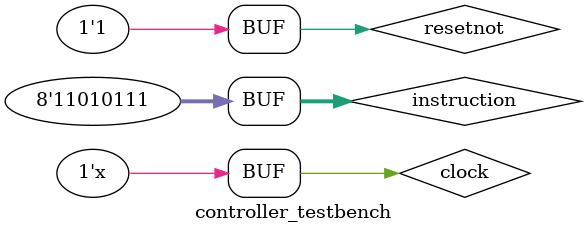
<source format=v>
`timescale 1ns / 1ps
module controller_testbench();
	reg clock, resetnot;
	reg [7:0] instruction;

	wire [3:0] currstate; 
	wire [3:0] nextstate;
	wire [15:0] rout, ren;

	initial begin
		clock <= 1'b0;
		resetnot <= 1'b1;
		instruction <= 0;
	end

	always begin 
		#50 clock <= ~clock;
	end

	initial begin
		// Reset registers.
		#5 resetnot = 1'b0;
		#5 resetnot = 1'b1;

		// Load instruction with ADD instruction.
		#5 instruction <= 8'b10110001;

		#500 instruction <= 8'b11010111;

		// Now watch the magic happen in currstate wires?
	end

	controller controller(.clock(clock), 
		                    .resetnot(resetnot), 
		                    .instruction(instruction), 
		                    // .currstate(currstate), 
		                    // .nextstate(nextstate),
		                    .rout(rout),
		                    .ren(ren));

	// initial begin
	// 	$dumpfile("controller_testbench.vcd");
	// 	$dumpvars(0, controller_testbench);
	// 	#10000
	// 	$finish;
	// end
endmodule
</source>
